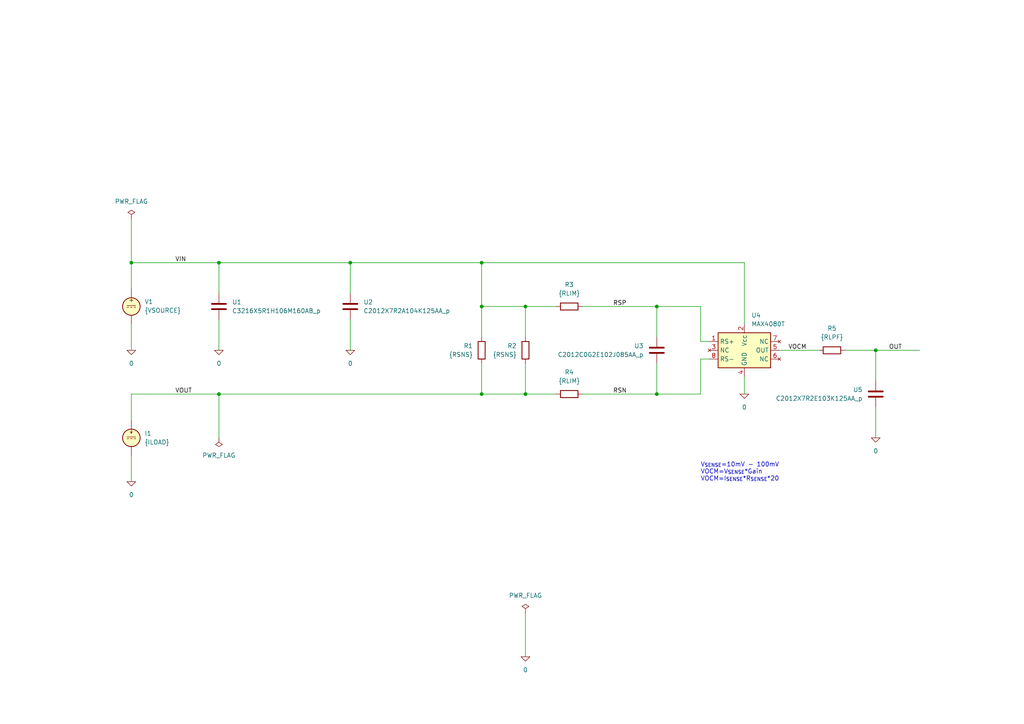
<source format=kicad_sch>
(kicad_sch
	(version 20231120)
	(generator "eeschema")
	(generator_version "8.0")
	(uuid "5414b6df-ece2-452c-bb82-5532c40bfbc2")
	(paper "A4")
	(title_block
		(title "76V, High-side, current-sense amplifiers with voltage output.")
		(date "2024-10-10")
		(rev "2")
		(company "astroelectronic@")
		(comment 1 "-")
		(comment 2 "-")
		(comment 3 "-")
		(comment 4 "AE01001428")
	)
	(lib_symbols
		(symbol "MAX4080T:0"
			(power)
			(pin_names
				(offset 0)
			)
			(exclude_from_sim no)
			(in_bom yes)
			(on_board yes)
			(property "Reference" "#GND"
				(at 0 -2.54 0)
				(effects
					(font
						(size 1.27 1.27)
					)
					(hide yes)
				)
			)
			(property "Value" "0"
				(at 0 -1.778 0)
				(effects
					(font
						(size 1.27 1.27)
					)
				)
			)
			(property "Footprint" ""
				(at 0 0 0)
				(effects
					(font
						(size 1.27 1.27)
					)
					(hide yes)
				)
			)
			(property "Datasheet" "~"
				(at 0 0 0)
				(effects
					(font
						(size 1.27 1.27)
					)
					(hide yes)
				)
			)
			(property "Description" "0V reference potential for simulation"
				(at 0 0 0)
				(effects
					(font
						(size 1.27 1.27)
					)
					(hide yes)
				)
			)
			(property "ki_keywords" "simulation"
				(at 0 0 0)
				(effects
					(font
						(size 1.27 1.27)
					)
					(hide yes)
				)
			)
			(symbol "0_0_1"
				(polyline
					(pts
						(xy -1.27 0) (xy 0 -1.27) (xy 1.27 0) (xy -1.27 0)
					)
					(stroke
						(width 0)
						(type default)
					)
					(fill
						(type none)
					)
				)
			)
			(symbol "0_1_1"
				(pin power_in line
					(at 0 0 0)
					(length 0) hide
					(name "0"
						(effects
							(font
								(size 1.016 1.016)
							)
						)
					)
					(number "1"
						(effects
							(font
								(size 1.016 1.016)
							)
						)
					)
				)
			)
		)
		(symbol "MAX4080T:C"
			(pin_numbers hide)
			(pin_names
				(offset 0.254)
			)
			(exclude_from_sim no)
			(in_bom yes)
			(on_board yes)
			(property "Reference" "C"
				(at 0.635 2.54 0)
				(effects
					(font
						(size 1.27 1.27)
					)
					(justify left)
				)
			)
			(property "Value" "C"
				(at 0.635 -2.54 0)
				(effects
					(font
						(size 1.27 1.27)
					)
					(justify left)
				)
			)
			(property "Footprint" ""
				(at 0.9652 -3.81 0)
				(effects
					(font
						(size 1.27 1.27)
					)
					(hide yes)
				)
			)
			(property "Datasheet" "~"
				(at 0 0 0)
				(effects
					(font
						(size 1.27 1.27)
					)
					(hide yes)
				)
			)
			(property "Description" "Unpolarized capacitor"
				(at 0 0 0)
				(effects
					(font
						(size 1.27 1.27)
					)
					(hide yes)
				)
			)
			(property "ki_keywords" "cap capacitor"
				(at 0 0 0)
				(effects
					(font
						(size 1.27 1.27)
					)
					(hide yes)
				)
			)
			(property "ki_fp_filters" "C_*"
				(at 0 0 0)
				(effects
					(font
						(size 1.27 1.27)
					)
					(hide yes)
				)
			)
			(symbol "C_0_1"
				(polyline
					(pts
						(xy -2.032 -0.762) (xy 2.032 -0.762)
					)
					(stroke
						(width 0.508)
						(type default)
					)
					(fill
						(type none)
					)
				)
				(polyline
					(pts
						(xy -2.032 0.762) (xy 2.032 0.762)
					)
					(stroke
						(width 0.508)
						(type default)
					)
					(fill
						(type none)
					)
				)
			)
			(symbol "C_1_1"
				(pin passive line
					(at 0 3.81 270)
					(length 2.794)
					(name "~"
						(effects
							(font
								(size 1.27 1.27)
							)
						)
					)
					(number "1"
						(effects
							(font
								(size 1.27 1.27)
							)
						)
					)
				)
				(pin passive line
					(at 0 -3.81 90)
					(length 2.794)
					(name "~"
						(effects
							(font
								(size 1.27 1.27)
							)
						)
					)
					(number "2"
						(effects
							(font
								(size 1.27 1.27)
							)
						)
					)
				)
			)
		)
		(symbol "MAX4080T:IDC"
			(pin_numbers hide)
			(pin_names
				(offset 0.0254)
			)
			(exclude_from_sim no)
			(in_bom yes)
			(on_board yes)
			(property "Reference" "I"
				(at 2.54 2.54 0)
				(effects
					(font
						(size 1.27 1.27)
					)
					(justify left)
				)
			)
			(property "Value" "1"
				(at 2.54 0 0)
				(effects
					(font
						(size 1.27 1.27)
					)
					(justify left)
				)
			)
			(property "Footprint" ""
				(at 0 0 0)
				(effects
					(font
						(size 1.27 1.27)
					)
					(hide yes)
				)
			)
			(property "Datasheet" "~"
				(at 0 0 0)
				(effects
					(font
						(size 1.27 1.27)
					)
					(hide yes)
				)
			)
			(property "Description" "Current source, DC"
				(at 0 0 0)
				(effects
					(font
						(size 1.27 1.27)
					)
					(hide yes)
				)
			)
			(property "Sim.Pins" "1=+ 2=-"
				(at 0 0 0)
				(effects
					(font
						(size 1.27 1.27)
					)
					(hide yes)
				)
			)
			(property "Sim.Type" "DC"
				(at 0 0 0)
				(effects
					(font
						(size 1.27 1.27)
					)
					(hide yes)
				)
			)
			(property "Sim.Device" "I"
				(at 0 0 0)
				(effects
					(font
						(size 1.27 1.27)
					)
					(justify left)
					(hide yes)
				)
			)
			(property "Spice_Netlist_Enabled" "Y"
				(at 0 0 0)
				(effects
					(font
						(size 1.27 1.27)
					)
					(justify left)
					(hide yes)
				)
			)
			(property "ki_keywords" "simulation"
				(at 0 0 0)
				(effects
					(font
						(size 1.27 1.27)
					)
					(hide yes)
				)
			)
			(symbol "IDC_0_0"
				(polyline
					(pts
						(xy -1.27 0.254) (xy 1.27 0.254)
					)
					(stroke
						(width 0)
						(type default)
					)
					(fill
						(type none)
					)
				)
				(polyline
					(pts
						(xy -0.762 -0.254) (xy -1.27 -0.254)
					)
					(stroke
						(width 0)
						(type default)
					)
					(fill
						(type none)
					)
				)
				(polyline
					(pts
						(xy 0.254 -0.254) (xy -0.254 -0.254)
					)
					(stroke
						(width 0)
						(type default)
					)
					(fill
						(type none)
					)
				)
				(polyline
					(pts
						(xy 1.27 -0.254) (xy 0.762 -0.254)
					)
					(stroke
						(width 0)
						(type default)
					)
					(fill
						(type none)
					)
				)
			)
			(symbol "IDC_0_1"
				(polyline
					(pts
						(xy 0 1.27) (xy 0 2.286)
					)
					(stroke
						(width 0)
						(type default)
					)
					(fill
						(type none)
					)
				)
				(polyline
					(pts
						(xy -0.254 1.778) (xy 0 1.27) (xy 0.254 1.778)
					)
					(stroke
						(width 0)
						(type default)
					)
					(fill
						(type none)
					)
				)
				(circle
					(center 0 0)
					(radius 2.54)
					(stroke
						(width 0.254)
						(type default)
					)
					(fill
						(type background)
					)
				)
			)
			(symbol "IDC_1_1"
				(pin passive line
					(at 0 5.08 270)
					(length 2.54)
					(name "~"
						(effects
							(font
								(size 1.27 1.27)
							)
						)
					)
					(number "1"
						(effects
							(font
								(size 1.27 1.27)
							)
						)
					)
				)
				(pin passive line
					(at 0 -5.08 90)
					(length 2.54)
					(name "~"
						(effects
							(font
								(size 1.27 1.27)
							)
						)
					)
					(number "2"
						(effects
							(font
								(size 1.27 1.27)
							)
						)
					)
				)
			)
		)
		(symbol "MAX4080T:MAX4080T"
			(exclude_from_sim no)
			(in_bom yes)
			(on_board yes)
			(property "Reference" "U"
				(at -7.62 6.35 0)
				(effects
					(font
						(size 1.27 1.27)
					)
					(justify left)
				)
			)
			(property "Value" "MAX4080T"
				(at 2.54 6.35 0)
				(effects
					(font
						(size 1.27 1.27)
					)
					(justify left)
				)
			)
			(property "Footprint" ""
				(at 16.51 -17.78 0)
				(effects
					(font
						(size 1.27 1.27)
					)
					(hide yes)
				)
			)
			(property "Datasheet" "http://datasheets.maximintegrated.com/en/ds/MAX4080-MAX4081.pdf"
				(at 0 10.16 0)
				(effects
					(font
						(size 1.27 1.27)
					)
					(hide yes)
				)
			)
			(property "Description" "76V, High-Side, Current-Sense Amplifiers with Voltage Output, Unidirectional, 5V/V Gain, SOIC-8/uMAX-8"
				(at 0 0 0)
				(effects
					(font
						(size 1.27 1.27)
					)
					(hide yes)
				)
			)
			(property "ki_keywords" "current sense amplifier"
				(at 0 0 0)
				(effects
					(font
						(size 1.27 1.27)
					)
					(hide yes)
				)
			)
			(property "ki_fp_filters" "SOIC*3.9x4.9mm*P1.27mm* MSOP*3x3mm*P0.65mm*"
				(at 0 0 0)
				(effects
					(font
						(size 1.27 1.27)
					)
					(hide yes)
				)
			)
			(symbol "MAX4080T_0_1"
				(rectangle
					(start -7.62 5.08)
					(end 7.62 -5.08)
					(stroke
						(width 0.254)
						(type default)
					)
					(fill
						(type background)
					)
				)
			)
			(symbol "MAX4080T_1_1"
				(pin passive line
					(at -10.16 2.54 0)
					(length 2.54)
					(name "RS+"
						(effects
							(font
								(size 1.27 1.27)
							)
						)
					)
					(number "1"
						(effects
							(font
								(size 1.27 1.27)
							)
						)
					)
				)
				(pin passive line
					(at 0 7.62 270)
					(length 2.54)
					(name "Vcc"
						(effects
							(font
								(size 1.27 1.27)
							)
						)
					)
					(number "2"
						(effects
							(font
								(size 1.27 1.27)
							)
						)
					)
				)
				(pin no_connect line
					(at -10.16 0 0)
					(length 2.54)
					(name "NC"
						(effects
							(font
								(size 1.27 1.27)
							)
						)
					)
					(number "3"
						(effects
							(font
								(size 1.27 1.27)
							)
						)
					)
				)
				(pin passive line
					(at 0 -7.62 90)
					(length 2.54)
					(name "GND"
						(effects
							(font
								(size 1.27 1.27)
							)
						)
					)
					(number "4"
						(effects
							(font
								(size 1.27 1.27)
							)
						)
					)
				)
				(pin passive line
					(at 10.16 0 180)
					(length 2.54)
					(name "OUT"
						(effects
							(font
								(size 1.27 1.27)
							)
						)
					)
					(number "5"
						(effects
							(font
								(size 1.27 1.27)
							)
						)
					)
				)
				(pin no_connect line
					(at 10.16 -2.54 180)
					(length 2.54)
					(name "NC"
						(effects
							(font
								(size 1.27 1.27)
							)
						)
					)
					(number "6"
						(effects
							(font
								(size 1.27 1.27)
							)
						)
					)
				)
				(pin no_connect line
					(at 10.16 2.54 180)
					(length 2.54)
					(name "NC"
						(effects
							(font
								(size 1.27 1.27)
							)
						)
					)
					(number "7"
						(effects
							(font
								(size 1.27 1.27)
							)
						)
					)
				)
				(pin passive line
					(at -10.16 -2.54 0)
					(length 2.54)
					(name "RS-"
						(effects
							(font
								(size 1.27 1.27)
							)
						)
					)
					(number "8"
						(effects
							(font
								(size 1.27 1.27)
							)
						)
					)
				)
			)
		)
		(symbol "MAX4080T:PWR_FLAG"
			(power)
			(pin_numbers hide)
			(pin_names
				(offset 0) hide)
			(exclude_from_sim no)
			(in_bom yes)
			(on_board yes)
			(property "Reference" "#FLG"
				(at 0 1.905 0)
				(effects
					(font
						(size 1.27 1.27)
					)
					(hide yes)
				)
			)
			(property "Value" "PWR_FLAG"
				(at 0 3.81 0)
				(effects
					(font
						(size 1.27 1.27)
					)
				)
			)
			(property "Footprint" ""
				(at 0 0 0)
				(effects
					(font
						(size 1.27 1.27)
					)
					(hide yes)
				)
			)
			(property "Datasheet" "~"
				(at 0 0 0)
				(effects
					(font
						(size 1.27 1.27)
					)
					(hide yes)
				)
			)
			(property "Description" "Special symbol for telling ERC where power comes from"
				(at 0 0 0)
				(effects
					(font
						(size 1.27 1.27)
					)
					(hide yes)
				)
			)
			(property "ki_keywords" "flag power"
				(at 0 0 0)
				(effects
					(font
						(size 1.27 1.27)
					)
					(hide yes)
				)
			)
			(symbol "PWR_FLAG_0_0"
				(pin power_out line
					(at 0 0 90)
					(length 0)
					(name "pwr"
						(effects
							(font
								(size 1.27 1.27)
							)
						)
					)
					(number "1"
						(effects
							(font
								(size 1.27 1.27)
							)
						)
					)
				)
			)
			(symbol "PWR_FLAG_0_1"
				(polyline
					(pts
						(xy 0 0) (xy 0 1.27) (xy -1.016 1.905) (xy 0 2.54) (xy 1.016 1.905) (xy 0 1.27)
					)
					(stroke
						(width 0)
						(type default)
					)
					(fill
						(type none)
					)
				)
			)
		)
		(symbol "MAX4080T:R"
			(pin_numbers hide)
			(pin_names
				(offset 0)
			)
			(exclude_from_sim no)
			(in_bom yes)
			(on_board yes)
			(property "Reference" "R"
				(at 2.032 0 90)
				(effects
					(font
						(size 1.27 1.27)
					)
				)
			)
			(property "Value" "R"
				(at 0 0 90)
				(effects
					(font
						(size 1.27 1.27)
					)
				)
			)
			(property "Footprint" ""
				(at -1.778 0 90)
				(effects
					(font
						(size 1.27 1.27)
					)
					(hide yes)
				)
			)
			(property "Datasheet" "~"
				(at 0 0 0)
				(effects
					(font
						(size 1.27 1.27)
					)
					(hide yes)
				)
			)
			(property "Description" "Resistor"
				(at 0 0 0)
				(effects
					(font
						(size 1.27 1.27)
					)
					(hide yes)
				)
			)
			(property "ki_keywords" "R res resistor"
				(at 0 0 0)
				(effects
					(font
						(size 1.27 1.27)
					)
					(hide yes)
				)
			)
			(property "ki_fp_filters" "R_*"
				(at 0 0 0)
				(effects
					(font
						(size 1.27 1.27)
					)
					(hide yes)
				)
			)
			(symbol "R_0_1"
				(rectangle
					(start -1.016 -2.54)
					(end 1.016 2.54)
					(stroke
						(width 0.254)
						(type default)
					)
					(fill
						(type none)
					)
				)
			)
			(symbol "R_1_1"
				(pin passive line
					(at 0 3.81 270)
					(length 1.27)
					(name "~"
						(effects
							(font
								(size 1.27 1.27)
							)
						)
					)
					(number "1"
						(effects
							(font
								(size 1.27 1.27)
							)
						)
					)
				)
				(pin passive line
					(at 0 -3.81 90)
					(length 1.27)
					(name "~"
						(effects
							(font
								(size 1.27 1.27)
							)
						)
					)
					(number "2"
						(effects
							(font
								(size 1.27 1.27)
							)
						)
					)
				)
			)
		)
		(symbol "MAX4080T:VDC"
			(pin_numbers hide)
			(pin_names
				(offset 0.0254)
			)
			(exclude_from_sim no)
			(in_bom yes)
			(on_board yes)
			(property "Reference" "V"
				(at 2.54 2.54 0)
				(effects
					(font
						(size 1.27 1.27)
					)
					(justify left)
				)
			)
			(property "Value" "1"
				(at 2.54 0 0)
				(effects
					(font
						(size 1.27 1.27)
					)
					(justify left)
				)
			)
			(property "Footprint" ""
				(at 0 0 0)
				(effects
					(font
						(size 1.27 1.27)
					)
					(hide yes)
				)
			)
			(property "Datasheet" "~"
				(at 0 0 0)
				(effects
					(font
						(size 1.27 1.27)
					)
					(hide yes)
				)
			)
			(property "Description" "Voltage source, DC"
				(at 0 0 0)
				(effects
					(font
						(size 1.27 1.27)
					)
					(hide yes)
				)
			)
			(property "Sim.Pins" "1=+ 2=-"
				(at 0 0 0)
				(effects
					(font
						(size 1.27 1.27)
					)
					(hide yes)
				)
			)
			(property "Sim.Type" "DC"
				(at 0 0 0)
				(effects
					(font
						(size 1.27 1.27)
					)
					(hide yes)
				)
			)
			(property "Sim.Device" "V"
				(at 0 0 0)
				(effects
					(font
						(size 1.27 1.27)
					)
					(justify left)
					(hide yes)
				)
			)
			(property "Spice_Netlist_Enabled" "Y"
				(at 0 0 0)
				(effects
					(font
						(size 1.27 1.27)
					)
					(justify left)
					(hide yes)
				)
			)
			(property "ki_keywords" "simulation"
				(at 0 0 0)
				(effects
					(font
						(size 1.27 1.27)
					)
					(hide yes)
				)
			)
			(symbol "VDC_0_0"
				(polyline
					(pts
						(xy -1.27 0.254) (xy 1.27 0.254)
					)
					(stroke
						(width 0)
						(type default)
					)
					(fill
						(type none)
					)
				)
				(polyline
					(pts
						(xy -0.762 -0.254) (xy -1.27 -0.254)
					)
					(stroke
						(width 0)
						(type default)
					)
					(fill
						(type none)
					)
				)
				(polyline
					(pts
						(xy 0.254 -0.254) (xy -0.254 -0.254)
					)
					(stroke
						(width 0)
						(type default)
					)
					(fill
						(type none)
					)
				)
				(polyline
					(pts
						(xy 1.27 -0.254) (xy 0.762 -0.254)
					)
					(stroke
						(width 0)
						(type default)
					)
					(fill
						(type none)
					)
				)
				(text "+"
					(at 0 1.905 0)
					(effects
						(font
							(size 1.27 1.27)
						)
					)
				)
			)
			(symbol "VDC_0_1"
				(circle
					(center 0 0)
					(radius 2.54)
					(stroke
						(width 0.254)
						(type default)
					)
					(fill
						(type background)
					)
				)
			)
			(symbol "VDC_1_1"
				(pin passive line
					(at 0 5.08 270)
					(length 2.54)
					(name "~"
						(effects
							(font
								(size 1.27 1.27)
							)
						)
					)
					(number "1"
						(effects
							(font
								(size 1.27 1.27)
							)
						)
					)
				)
				(pin passive line
					(at 0 -5.08 90)
					(length 2.54)
					(name "~"
						(effects
							(font
								(size 1.27 1.27)
							)
						)
					)
					(number "2"
						(effects
							(font
								(size 1.27 1.27)
							)
						)
					)
				)
			)
		)
	)
	(junction
		(at 63.5 76.2)
		(diameter 0)
		(color 0 0 0 0)
		(uuid "02460e1e-5cb5-4e1b-8092-24c9d93445d1")
	)
	(junction
		(at 152.4 88.9)
		(diameter 0)
		(color 0 0 0 0)
		(uuid "16e4f8d8-bc64-414f-a7d1-40823c1ed56d")
	)
	(junction
		(at 139.7 76.2)
		(diameter 0)
		(color 0 0 0 0)
		(uuid "471c82d8-5a53-4735-b8ac-985cb47f64b5")
	)
	(junction
		(at 152.4 114.3)
		(diameter 0)
		(color 0 0 0 0)
		(uuid "5303665b-5217-453c-90ba-c09c96009326")
	)
	(junction
		(at 38.1 76.2)
		(diameter 0)
		(color 0 0 0 0)
		(uuid "75fd4fd2-7d1c-4f55-b4c0-307a3dff41b5")
	)
	(junction
		(at 139.7 88.9)
		(diameter 0)
		(color 0 0 0 0)
		(uuid "87c8d5ff-ae40-4860-9c4d-511cd5305f94")
	)
	(junction
		(at 139.7 114.3)
		(diameter 0)
		(color 0 0 0 0)
		(uuid "89d25a62-804b-40de-b44d-9657880dcfc7")
	)
	(junction
		(at 190.5 114.3)
		(diameter 0)
		(color 0 0 0 0)
		(uuid "a0ace739-230c-42d8-9dff-6be671571f82")
	)
	(junction
		(at 101.6 76.2)
		(diameter 0)
		(color 0 0 0 0)
		(uuid "b0fbb74d-1710-40ef-b52e-a4c4520f1c29")
	)
	(junction
		(at 63.5 114.3)
		(diameter 0)
		(color 0 0 0 0)
		(uuid "c1c181f7-d5fd-4062-add4-b6fb5643f787")
	)
	(junction
		(at 254 101.6)
		(diameter 0)
		(color 0 0 0 0)
		(uuid "d416e7aa-6663-4df7-a7e3-b9b0be1d3a57")
	)
	(junction
		(at 190.5 88.9)
		(diameter 0)
		(color 0 0 0 0)
		(uuid "e936ff93-affa-4500-a742-eb4a87453d67")
	)
	(wire
		(pts
			(xy 139.7 88.9) (xy 139.7 76.2)
		)
		(stroke
			(width 0)
			(type default)
		)
		(uuid "07e52868-d980-466a-8c85-944265b076dd")
	)
	(wire
		(pts
			(xy 152.4 114.3) (xy 152.4 105.41)
		)
		(stroke
			(width 0)
			(type default)
		)
		(uuid "1c0a3026-d64d-46f8-9bd2-ea58d72c5b22")
	)
	(wire
		(pts
			(xy 63.5 114.3) (xy 139.7 114.3)
		)
		(stroke
			(width 0)
			(type default)
		)
		(uuid "1ca77033-fe08-4c1b-9525-8e0e4b72e5ce")
	)
	(wire
		(pts
			(xy 215.9 76.2) (xy 215.9 93.98)
		)
		(stroke
			(width 0)
			(type default)
		)
		(uuid "2610858b-1853-4871-b2b3-d361f9676bd1")
	)
	(wire
		(pts
			(xy 139.7 105.41) (xy 139.7 114.3)
		)
		(stroke
			(width 0)
			(type default)
		)
		(uuid "28909795-cbbb-4e5f-b755-281b5c937bf5")
	)
	(wire
		(pts
			(xy 38.1 76.2) (xy 63.5 76.2)
		)
		(stroke
			(width 0)
			(type default)
		)
		(uuid "2f432cdd-5b10-4787-9a6c-dd2f55046df2")
	)
	(wire
		(pts
			(xy 203.2 104.14) (xy 205.74 104.14)
		)
		(stroke
			(width 0)
			(type default)
		)
		(uuid "3831ffbf-76d0-4d22-8a29-e259e9addb08")
	)
	(wire
		(pts
			(xy 152.4 114.3) (xy 161.29 114.3)
		)
		(stroke
			(width 0)
			(type default)
		)
		(uuid "3aaa3681-3c01-4785-9b16-48abd823ac03")
	)
	(wire
		(pts
			(xy 152.4 88.9) (xy 161.29 88.9)
		)
		(stroke
			(width 0)
			(type default)
		)
		(uuid "3c40ca1a-cbff-4445-a96b-8f2c5f5d363c")
	)
	(wire
		(pts
			(xy 139.7 88.9) (xy 152.4 88.9)
		)
		(stroke
			(width 0)
			(type default)
		)
		(uuid "3f4d9e35-09e4-402d-96a4-dc8c268ba03c")
	)
	(wire
		(pts
			(xy 38.1 114.3) (xy 63.5 114.3)
		)
		(stroke
			(width 0)
			(type default)
		)
		(uuid "43cc4163-cda6-4bce-98ff-7324bbe562d7")
	)
	(wire
		(pts
			(xy 254 118.11) (xy 254 127)
		)
		(stroke
			(width 0)
			(type default)
		)
		(uuid "4a1b9e9e-cbda-4ae9-8724-f5b41dd0cfa5")
	)
	(wire
		(pts
			(xy 152.4 88.9) (xy 152.4 97.79)
		)
		(stroke
			(width 0)
			(type default)
		)
		(uuid "4a53fd68-391b-4cc4-b03d-faeab6d41bd9")
	)
	(wire
		(pts
			(xy 203.2 114.3) (xy 203.2 104.14)
		)
		(stroke
			(width 0)
			(type default)
		)
		(uuid "4a8ce721-cdbc-4ec8-a623-7dc6bd888657")
	)
	(wire
		(pts
			(xy 38.1 114.3) (xy 38.1 121.92)
		)
		(stroke
			(width 0)
			(type default)
		)
		(uuid "556411dd-6b13-46c5-8ee2-380131085be7")
	)
	(wire
		(pts
			(xy 139.7 97.79) (xy 139.7 88.9)
		)
		(stroke
			(width 0)
			(type default)
		)
		(uuid "59a69007-5d87-48bc-bba7-75245d470b2e")
	)
	(wire
		(pts
			(xy 139.7 76.2) (xy 215.9 76.2)
		)
		(stroke
			(width 0)
			(type default)
		)
		(uuid "5feab5fe-beb5-4a74-a006-abbc9be7b0dc")
	)
	(wire
		(pts
			(xy 190.5 88.9) (xy 190.5 97.79)
		)
		(stroke
			(width 0)
			(type default)
		)
		(uuid "65cab08d-7daa-4974-82c9-6e958662b6e3")
	)
	(wire
		(pts
			(xy 205.74 99.06) (xy 203.2 99.06)
		)
		(stroke
			(width 0)
			(type default)
		)
		(uuid "65fdc14e-7e22-4bce-b1e0-018c5f15e0c3")
	)
	(wire
		(pts
			(xy 101.6 92.71) (xy 101.6 101.6)
		)
		(stroke
			(width 0)
			(type default)
		)
		(uuid "6cc3fae6-0591-4d95-8704-0aa0054c177c")
	)
	(wire
		(pts
			(xy 190.5 114.3) (xy 203.2 114.3)
		)
		(stroke
			(width 0)
			(type default)
		)
		(uuid "70dc622e-9f63-4630-858b-73c5bc1be8b8")
	)
	(wire
		(pts
			(xy 101.6 76.2) (xy 101.6 85.09)
		)
		(stroke
			(width 0)
			(type default)
		)
		(uuid "71bebfb5-9010-4034-85d4-fb9bc2c93a5d")
	)
	(wire
		(pts
			(xy 38.1 132.08) (xy 38.1 139.7)
		)
		(stroke
			(width 0)
			(type default)
		)
		(uuid "72d72a75-f4fe-4cb2-9f80-44cdc2395898")
	)
	(wire
		(pts
			(xy 38.1 83.82) (xy 38.1 76.2)
		)
		(stroke
			(width 0)
			(type default)
		)
		(uuid "8402a31d-6190-49a0-a1e2-c54367137bb8")
	)
	(wire
		(pts
			(xy 254 110.49) (xy 254 101.6)
		)
		(stroke
			(width 0)
			(type default)
		)
		(uuid "8566f662-5804-4769-92a9-3ea9bafff2b1")
	)
	(wire
		(pts
			(xy 254 101.6) (xy 245.11 101.6)
		)
		(stroke
			(width 0)
			(type default)
		)
		(uuid "899928ea-4aed-4f8e-98e3-a2afbbbb93e2")
	)
	(wire
		(pts
			(xy 215.9 109.22) (xy 215.9 114.3)
		)
		(stroke
			(width 0)
			(type default)
		)
		(uuid "8c5cfb79-2b77-4fce-80c4-7165867e0f4a")
	)
	(wire
		(pts
			(xy 63.5 92.71) (xy 63.5 101.6)
		)
		(stroke
			(width 0)
			(type default)
		)
		(uuid "8e02033e-2249-425b-9b71-082df1f71d2c")
	)
	(wire
		(pts
			(xy 63.5 114.3) (xy 63.5 127)
		)
		(stroke
			(width 0)
			(type default)
		)
		(uuid "914ac125-a170-4e8a-9f26-839a8b637d3a")
	)
	(wire
		(pts
			(xy 168.91 88.9) (xy 190.5 88.9)
		)
		(stroke
			(width 0)
			(type default)
		)
		(uuid "96c396e0-c361-434c-a348-97486f671179")
	)
	(wire
		(pts
			(xy 254 101.6) (xy 266.7 101.6)
		)
		(stroke
			(width 0)
			(type default)
		)
		(uuid "9a868e81-3c31-4c00-9bfb-e17cae17d7b5")
	)
	(wire
		(pts
			(xy 139.7 114.3) (xy 152.4 114.3)
		)
		(stroke
			(width 0)
			(type default)
		)
		(uuid "a35b834e-6151-4e9a-8b1f-bd20a074dbb3")
	)
	(wire
		(pts
			(xy 38.1 63.5) (xy 38.1 76.2)
		)
		(stroke
			(width 0)
			(type default)
		)
		(uuid "a7fa8484-15c3-4dab-a3a5-a43bca80d4c6")
	)
	(wire
		(pts
			(xy 101.6 76.2) (xy 139.7 76.2)
		)
		(stroke
			(width 0)
			(type default)
		)
		(uuid "bb5b0ee8-33e9-47bd-89dd-1ca08badc754")
	)
	(wire
		(pts
			(xy 168.91 114.3) (xy 190.5 114.3)
		)
		(stroke
			(width 0)
			(type default)
		)
		(uuid "bd9e64aa-6072-4586-a7ce-7efe788c9f5c")
	)
	(wire
		(pts
			(xy 190.5 114.3) (xy 190.5 105.41)
		)
		(stroke
			(width 0)
			(type default)
		)
		(uuid "bef64633-c4dc-4c90-a162-4c271664e9cf")
	)
	(wire
		(pts
			(xy 152.4 177.8) (xy 152.4 190.5)
		)
		(stroke
			(width 0)
			(type default)
		)
		(uuid "c294f940-172e-4d22-9cb1-e78e6c74b03c")
	)
	(wire
		(pts
			(xy 63.5 76.2) (xy 101.6 76.2)
		)
		(stroke
			(width 0)
			(type default)
		)
		(uuid "c2bb71b4-dd67-4326-8ac8-358b971346ba")
	)
	(wire
		(pts
			(xy 203.2 99.06) (xy 203.2 88.9)
		)
		(stroke
			(width 0)
			(type default)
		)
		(uuid "d242c1f9-6e88-4710-8fdc-817390d19b87")
	)
	(wire
		(pts
			(xy 63.5 76.2) (xy 63.5 85.09)
		)
		(stroke
			(width 0)
			(type default)
		)
		(uuid "d981b42f-7ca5-4f59-8fe2-3a43ed37be5d")
	)
	(wire
		(pts
			(xy 38.1 93.98) (xy 38.1 101.6)
		)
		(stroke
			(width 0)
			(type default)
		)
		(uuid "dbe252f0-f1d9-4934-aab8-b9233e8ece00")
	)
	(wire
		(pts
			(xy 190.5 88.9) (xy 203.2 88.9)
		)
		(stroke
			(width 0)
			(type default)
		)
		(uuid "fb4219fa-47da-46b0-a19b-775fc832b24e")
	)
	(wire
		(pts
			(xy 226.06 101.6) (xy 237.49 101.6)
		)
		(stroke
			(width 0)
			(type default)
		)
		(uuid "fe388e42-ad04-4dc6-9f0d-d0fc72af76a9")
	)
	(text "V_{SENSE}=10mV - 100mV\nVOCM=V_{SENSE}*Gain\nVOCM=I_{SENSE}*R_{SENSE}*20"
		(exclude_from_sim no)
		(at 203.2 139.7 0)
		(effects
			(font
				(size 1.27 1.27)
			)
			(justify left bottom)
		)
		(uuid "83e838af-018c-4c94-98d5-e16d28c3130a")
	)
	(label "VIN"
		(at 50.8 76.2 0)
		(fields_autoplaced yes)
		(effects
			(font
				(size 1.27 1.27)
			)
			(justify left bottom)
		)
		(uuid "33e1f53d-ae24-4a1e-9021-c639489960be")
	)
	(label "RSP"
		(at 177.8 88.9 0)
		(fields_autoplaced yes)
		(effects
			(font
				(size 1.27 1.27)
			)
			(justify left bottom)
		)
		(uuid "875b4da3-c90b-481c-8fbe-4e525e59c7d8")
	)
	(label "OUT"
		(at 257.81 101.6 0)
		(fields_autoplaced yes)
		(effects
			(font
				(size 1.27 1.27)
			)
			(justify left bottom)
		)
		(uuid "9d37641f-cfed-46d9-b90f-63a52249d0ac")
	)
	(label "VOCM"
		(at 228.6 101.6 0)
		(fields_autoplaced yes)
		(effects
			(font
				(size 1.27 1.27)
			)
			(justify left bottom)
		)
		(uuid "ca6c4da8-b2e2-467d-b6d7-97d8b4c8e06e")
	)
	(label "RSN"
		(at 177.8 114.3 0)
		(fields_autoplaced yes)
		(effects
			(font
				(size 1.27 1.27)
			)
			(justify left bottom)
		)
		(uuid "eaf18ac4-55de-40ed-981f-ab40e20b9fed")
	)
	(label "VOUT"
		(at 50.8 114.3 0)
		(fields_autoplaced yes)
		(effects
			(font
				(size 1.27 1.27)
			)
			(justify left bottom)
		)
		(uuid "fb71ba86-c425-4bd3-a558-258fafc03f36")
	)
	(symbol
		(lib_id "MAX4080T:0")
		(at 38.1 101.6 0)
		(unit 1)
		(exclude_from_sim no)
		(in_bom yes)
		(on_board yes)
		(dnp no)
		(fields_autoplaced yes)
		(uuid "08075323-7309-4ef6-b3df-8d237bea16c0")
		(property "Reference" "#GND01"
			(at 38.1 104.14 0)
			(effects
				(font
					(size 1.27 1.27)
				)
				(hide yes)
			)
		)
		(property "Value" "0"
			(at 38.1 105.41 0)
			(effects
				(font
					(size 1.27 1.27)
				)
			)
		)
		(property "Footprint" ""
			(at 38.1 101.6 0)
			(effects
				(font
					(size 1.27 1.27)
				)
				(hide yes)
			)
		)
		(property "Datasheet" "~"
			(at 38.1 101.6 0)
			(effects
				(font
					(size 1.27 1.27)
				)
				(hide yes)
			)
		)
		(property "Description" ""
			(at 38.1 101.6 0)
			(effects
				(font
					(size 1.27 1.27)
				)
				(hide yes)
			)
		)
		(pin "1"
			(uuid "7c0833cb-e00a-403e-8dab-f73364348d26")
		)
		(instances
			(project ""
				(path "/5414b6df-ece2-452c-bb82-5532c40bfbc2"
					(reference "#GND01")
					(unit 1)
				)
			)
		)
	)
	(symbol
		(lib_id "MAX4080T:0")
		(at 101.6 101.6 0)
		(unit 1)
		(exclude_from_sim no)
		(in_bom yes)
		(on_board yes)
		(dnp no)
		(fields_autoplaced yes)
		(uuid "09204ffb-7959-4386-8dc9-00f34e641f3f")
		(property "Reference" "#GND04"
			(at 101.6 104.14 0)
			(effects
				(font
					(size 1.27 1.27)
				)
				(hide yes)
			)
		)
		(property "Value" "0"
			(at 101.6 105.41 0)
			(effects
				(font
					(size 1.27 1.27)
				)
			)
		)
		(property "Footprint" ""
			(at 101.6 101.6 0)
			(effects
				(font
					(size 1.27 1.27)
				)
				(hide yes)
			)
		)
		(property "Datasheet" "~"
			(at 101.6 101.6 0)
			(effects
				(font
					(size 1.27 1.27)
				)
				(hide yes)
			)
		)
		(property "Description" ""
			(at 101.6 101.6 0)
			(effects
				(font
					(size 1.27 1.27)
				)
				(hide yes)
			)
		)
		(pin "1"
			(uuid "efd7127c-5775-4dde-a375-a19aea2c277a")
		)
		(instances
			(project ""
				(path "/5414b6df-ece2-452c-bb82-5532c40bfbc2"
					(reference "#GND04")
					(unit 1)
				)
			)
		)
	)
	(symbol
		(lib_id "MAX4080T:R")
		(at 241.3 101.6 90)
		(unit 1)
		(exclude_from_sim no)
		(in_bom yes)
		(on_board yes)
		(dnp no)
		(fields_autoplaced yes)
		(uuid "42dcbf95-cb87-4ffe-bcf4-5b8f7a2c38b4")
		(property "Reference" "R5"
			(at 241.3 95.25 90)
			(effects
				(font
					(size 1.27 1.27)
				)
			)
		)
		(property "Value" "{RLPF}"
			(at 241.3 97.79 90)
			(effects
				(font
					(size 1.27 1.27)
				)
			)
		)
		(property "Footprint" ""
			(at 241.3 103.378 90)
			(effects
				(font
					(size 1.27 1.27)
				)
				(hide yes)
			)
		)
		(property "Datasheet" "~"
			(at 241.3 101.6 0)
			(effects
				(font
					(size 1.27 1.27)
				)
				(hide yes)
			)
		)
		(property "Description" ""
			(at 241.3 101.6 0)
			(effects
				(font
					(size 1.27 1.27)
				)
				(hide yes)
			)
		)
		(pin "1"
			(uuid "4d511399-6ae1-4a78-9bb5-854da6725c83")
		)
		(pin "2"
			(uuid "6b1e10bf-35a9-4a90-beaf-0cf908fff972")
		)
		(instances
			(project ""
				(path "/5414b6df-ece2-452c-bb82-5532c40bfbc2"
					(reference "R5")
					(unit 1)
				)
			)
		)
	)
	(symbol
		(lib_id "MAX4080T:R")
		(at 165.1 114.3 90)
		(unit 1)
		(exclude_from_sim no)
		(in_bom yes)
		(on_board yes)
		(dnp no)
		(fields_autoplaced yes)
		(uuid "433e4609-e849-46b3-bc83-211a00da8d20")
		(property "Reference" "R4"
			(at 165.1 107.95 90)
			(effects
				(font
					(size 1.27 1.27)
				)
			)
		)
		(property "Value" "{RLIM}"
			(at 165.1 110.49 90)
			(effects
				(font
					(size 1.27 1.27)
				)
			)
		)
		(property "Footprint" ""
			(at 165.1 116.078 90)
			(effects
				(font
					(size 1.27 1.27)
				)
				(hide yes)
			)
		)
		(property "Datasheet" "~"
			(at 165.1 114.3 0)
			(effects
				(font
					(size 1.27 1.27)
				)
				(hide yes)
			)
		)
		(property "Description" ""
			(at 165.1 114.3 0)
			(effects
				(font
					(size 1.27 1.27)
				)
				(hide yes)
			)
		)
		(pin "1"
			(uuid "d61d7c20-31f9-4253-a077-b1d5503edb17")
		)
		(pin "2"
			(uuid "c3c33e13-534b-43bc-8a36-37af1fbf3c9c")
		)
		(instances
			(project ""
				(path "/5414b6df-ece2-452c-bb82-5532c40bfbc2"
					(reference "R4")
					(unit 1)
				)
			)
		)
	)
	(symbol
		(lib_id "MAX4080T:PWR_FLAG")
		(at 38.1 63.5 0)
		(unit 1)
		(exclude_from_sim no)
		(in_bom yes)
		(on_board yes)
		(dnp no)
		(fields_autoplaced yes)
		(uuid "44eda5f4-535b-4bf6-ad14-976e5a546ec8")
		(property "Reference" "#FLG01"
			(at 38.1 61.595 0)
			(effects
				(font
					(size 1.27 1.27)
				)
				(hide yes)
			)
		)
		(property "Value" "PWR_FLAG"
			(at 38.1 58.42 0)
			(effects
				(font
					(size 1.27 1.27)
				)
			)
		)
		(property "Footprint" ""
			(at 38.1 63.5 0)
			(effects
				(font
					(size 1.27 1.27)
				)
				(hide yes)
			)
		)
		(property "Datasheet" "~"
			(at 38.1 63.5 0)
			(effects
				(font
					(size 1.27 1.27)
				)
				(hide yes)
			)
		)
		(property "Description" ""
			(at 38.1 63.5 0)
			(effects
				(font
					(size 1.27 1.27)
				)
				(hide yes)
			)
		)
		(pin "1"
			(uuid "03be6461-99ee-4a3d-abff-ff28c74ac718")
		)
		(instances
			(project ""
				(path "/5414b6df-ece2-452c-bb82-5532c40bfbc2"
					(reference "#FLG01")
					(unit 1)
				)
			)
		)
	)
	(symbol
		(lib_id "MAX4080T:PWR_FLAG")
		(at 63.5 127 180)
		(unit 1)
		(exclude_from_sim no)
		(in_bom yes)
		(on_board yes)
		(dnp no)
		(fields_autoplaced yes)
		(uuid "477c4cf4-5893-4699-bf2b-b740314c0d56")
		(property "Reference" "#FLG02"
			(at 63.5 128.905 0)
			(effects
				(font
					(size 1.27 1.27)
				)
				(hide yes)
			)
		)
		(property "Value" "PWR_FLAG"
			(at 63.5 132.08 0)
			(effects
				(font
					(size 1.27 1.27)
				)
			)
		)
		(property "Footprint" ""
			(at 63.5 127 0)
			(effects
				(font
					(size 1.27 1.27)
				)
				(hide yes)
			)
		)
		(property "Datasheet" "~"
			(at 63.5 127 0)
			(effects
				(font
					(size 1.27 1.27)
				)
				(hide yes)
			)
		)
		(property "Description" ""
			(at 63.5 127 0)
			(effects
				(font
					(size 1.27 1.27)
				)
				(hide yes)
			)
		)
		(pin "1"
			(uuid "2dc8558e-c3dc-4de1-bd38-fea7d424eb3d")
		)
		(instances
			(project ""
				(path "/5414b6df-ece2-452c-bb82-5532c40bfbc2"
					(reference "#FLG02")
					(unit 1)
				)
			)
		)
	)
	(symbol
		(lib_name "MAX4080T:VDC")
		(lib_id "MAX4080T:VDC")
		(at 38.1 88.9 0)
		(unit 1)
		(exclude_from_sim no)
		(in_bom yes)
		(on_board yes)
		(dnp no)
		(fields_autoplaced yes)
		(uuid "5837c1dd-7ae7-45f1-833a-16ea117394d0")
		(property "Reference" "V1"
			(at 41.91 87.5001 0)
			(effects
				(font
					(size 1.27 1.27)
				)
				(justify left)
			)
		)
		(property "Value" "{VSOURCE}"
			(at 41.91 90.0401 0)
			(effects
				(font
					(size 1.27 1.27)
				)
				(justify left)
			)
		)
		(property "Footprint" ""
			(at 38.1 88.9 0)
			(effects
				(font
					(size 1.27 1.27)
				)
				(hide yes)
			)
		)
		(property "Datasheet" "~"
			(at 38.1 88.9 0)
			(effects
				(font
					(size 1.27 1.27)
				)
				(hide yes)
			)
		)
		(property "Description" ""
			(at 38.1 88.9 0)
			(effects
				(font
					(size 1.27 1.27)
				)
				(hide yes)
			)
		)
		(property "Sim.Device" "SPICE"
			(at 38.1 88.9 0)
			(effects
				(font
					(size 1.27 1.27)
				)
				(justify left)
				(hide yes)
			)
		)
		(property "Sim.Params" "type=\"V\" model=\"{VSOURCE}\" lib=\"\""
			(at 0 0 0)
			(effects
				(font
					(size 1.27 1.27)
				)
				(hide yes)
			)
		)
		(property "Sim.Pins" "1=1 2=2"
			(at 0 0 0)
			(effects
				(font
					(size 1.27 1.27)
				)
				(hide yes)
			)
		)
		(pin "1"
			(uuid "8aed970a-9681-4365-a434-c30e746a323b")
		)
		(pin "2"
			(uuid "35d9dcd4-6312-4214-b557-e679055d85e9")
		)
		(instances
			(project ""
				(path "/5414b6df-ece2-452c-bb82-5532c40bfbc2"
					(reference "V1")
					(unit 1)
				)
			)
		)
	)
	(symbol
		(lib_id "MAX4080T:0")
		(at 215.9 114.3 0)
		(unit 1)
		(exclude_from_sim no)
		(in_bom yes)
		(on_board yes)
		(dnp no)
		(fields_autoplaced yes)
		(uuid "5bbb330c-da17-4a73-af76-889ae8f4461b")
		(property "Reference" "#GND06"
			(at 215.9 116.84 0)
			(effects
				(font
					(size 1.27 1.27)
				)
				(hide yes)
			)
		)
		(property "Value" "0"
			(at 215.9 118.11 0)
			(effects
				(font
					(size 1.27 1.27)
				)
			)
		)
		(property "Footprint" ""
			(at 215.9 114.3 0)
			(effects
				(font
					(size 1.27 1.27)
				)
				(hide yes)
			)
		)
		(property "Datasheet" "~"
			(at 215.9 114.3 0)
			(effects
				(font
					(size 1.27 1.27)
				)
				(hide yes)
			)
		)
		(property "Description" ""
			(at 215.9 114.3 0)
			(effects
				(font
					(size 1.27 1.27)
				)
				(hide yes)
			)
		)
		(pin "1"
			(uuid "a59ad5f5-8090-4649-bc79-483640ca6651")
		)
		(instances
			(project ""
				(path "/5414b6df-ece2-452c-bb82-5532c40bfbc2"
					(reference "#GND06")
					(unit 1)
				)
			)
		)
	)
	(symbol
		(lib_id "MAX4080T:R")
		(at 165.1 88.9 90)
		(unit 1)
		(exclude_from_sim no)
		(in_bom yes)
		(on_board yes)
		(dnp no)
		(fields_autoplaced yes)
		(uuid "5d9d1e6c-8011-4d7a-a004-87cce874a4da")
		(property "Reference" "R3"
			(at 165.1 82.55 90)
			(effects
				(font
					(size 1.27 1.27)
				)
			)
		)
		(property "Value" "{RLIM}"
			(at 165.1 85.09 90)
			(effects
				(font
					(size 1.27 1.27)
				)
			)
		)
		(property "Footprint" ""
			(at 165.1 90.678 90)
			(effects
				(font
					(size 1.27 1.27)
				)
				(hide yes)
			)
		)
		(property "Datasheet" "~"
			(at 165.1 88.9 0)
			(effects
				(font
					(size 1.27 1.27)
				)
				(hide yes)
			)
		)
		(property "Description" ""
			(at 165.1 88.9 0)
			(effects
				(font
					(size 1.27 1.27)
				)
				(hide yes)
			)
		)
		(pin "1"
			(uuid "00746470-c08f-4911-a26b-0934ed409148")
		)
		(pin "2"
			(uuid "048196dc-7011-425b-9c82-77e31c786063")
		)
		(instances
			(project ""
				(path "/5414b6df-ece2-452c-bb82-5532c40bfbc2"
					(reference "R3")
					(unit 1)
				)
			)
		)
	)
	(symbol
		(lib_id "MAX4080T:PWR_FLAG")
		(at 152.4 177.8 0)
		(unit 1)
		(exclude_from_sim no)
		(in_bom yes)
		(on_board yes)
		(dnp no)
		(fields_autoplaced yes)
		(uuid "6e6a76d5-90f8-472e-b163-01bb1fb042dd")
		(property "Reference" "#FLG03"
			(at 152.4 175.895 0)
			(effects
				(font
					(size 1.27 1.27)
				)
				(hide yes)
			)
		)
		(property "Value" "PWR_FLAG"
			(at 152.4 172.72 0)
			(effects
				(font
					(size 1.27 1.27)
				)
			)
		)
		(property "Footprint" ""
			(at 152.4 177.8 0)
			(effects
				(font
					(size 1.27 1.27)
				)
				(hide yes)
			)
		)
		(property "Datasheet" "~"
			(at 152.4 177.8 0)
			(effects
				(font
					(size 1.27 1.27)
				)
				(hide yes)
			)
		)
		(property "Description" ""
			(at 152.4 177.8 0)
			(effects
				(font
					(size 1.27 1.27)
				)
				(hide yes)
			)
		)
		(pin "1"
			(uuid "5b67c1c1-1c76-4805-8bf1-92d92b80d0f3")
		)
		(instances
			(project ""
				(path "/5414b6df-ece2-452c-bb82-5532c40bfbc2"
					(reference "#FLG03")
					(unit 1)
				)
			)
		)
	)
	(symbol
		(lib_id "MAX4080T:R")
		(at 152.4 101.6 0)
		(mirror x)
		(unit 1)
		(exclude_from_sim no)
		(in_bom yes)
		(on_board yes)
		(dnp no)
		(fields_autoplaced yes)
		(uuid "86dcc75d-3cce-411a-ae8d-31c7864c0021")
		(property "Reference" "R2"
			(at 149.86 100.3299 0)
			(effects
				(font
					(size 1.27 1.27)
				)
				(justify right)
			)
		)
		(property "Value" "{RSNS}"
			(at 149.86 102.8699 0)
			(effects
				(font
					(size 1.27 1.27)
				)
				(justify right)
			)
		)
		(property "Footprint" ""
			(at 150.622 101.6 90)
			(effects
				(font
					(size 1.27 1.27)
				)
				(hide yes)
			)
		)
		(property "Datasheet" "~"
			(at 152.4 101.6 0)
			(effects
				(font
					(size 1.27 1.27)
				)
				(hide yes)
			)
		)
		(property "Description" ""
			(at 152.4 101.6 0)
			(effects
				(font
					(size 1.27 1.27)
				)
				(hide yes)
			)
		)
		(pin "1"
			(uuid "40e1d928-a403-470c-a16e-75776d8844cd")
		)
		(pin "2"
			(uuid "f719e85b-ae95-481d-abb2-51d3f780cc31")
		)
		(instances
			(project ""
				(path "/5414b6df-ece2-452c-bb82-5532c40bfbc2"
					(reference "R2")
					(unit 1)
				)
			)
		)
	)
	(symbol
		(lib_id "MAX4080T:0")
		(at 254 127 0)
		(unit 1)
		(exclude_from_sim no)
		(in_bom yes)
		(on_board yes)
		(dnp no)
		(fields_autoplaced yes)
		(uuid "8947db36-e9ca-4bd4-b4f4-8c88197b977a")
		(property "Reference" "#GND07"
			(at 254 129.54 0)
			(effects
				(font
					(size 1.27 1.27)
				)
				(hide yes)
			)
		)
		(property "Value" "0"
			(at 254 130.81 0)
			(effects
				(font
					(size 1.27 1.27)
				)
			)
		)
		(property "Footprint" ""
			(at 254 127 0)
			(effects
				(font
					(size 1.27 1.27)
				)
				(hide yes)
			)
		)
		(property "Datasheet" "~"
			(at 254 127 0)
			(effects
				(font
					(size 1.27 1.27)
				)
				(hide yes)
			)
		)
		(property "Description" ""
			(at 254 127 0)
			(effects
				(font
					(size 1.27 1.27)
				)
				(hide yes)
			)
		)
		(pin "1"
			(uuid "a456b9c4-71ad-4fb1-a0a7-e8a7164ecda2")
		)
		(instances
			(project ""
				(path "/5414b6df-ece2-452c-bb82-5532c40bfbc2"
					(reference "#GND07")
					(unit 1)
				)
			)
		)
	)
	(symbol
		(lib_id "MAX4080T:0")
		(at 38.1 139.7 0)
		(unit 1)
		(exclude_from_sim no)
		(in_bom yes)
		(on_board yes)
		(dnp no)
		(fields_autoplaced yes)
		(uuid "92fee505-137f-4e37-b101-ea59132ecacf")
		(property "Reference" "#GND02"
			(at 38.1 142.24 0)
			(effects
				(font
					(size 1.27 1.27)
				)
				(hide yes)
			)
		)
		(property "Value" "0"
			(at 38.1 143.51 0)
			(effects
				(font
					(size 1.27 1.27)
				)
			)
		)
		(property "Footprint" ""
			(at 38.1 139.7 0)
			(effects
				(font
					(size 1.27 1.27)
				)
				(hide yes)
			)
		)
		(property "Datasheet" "~"
			(at 38.1 139.7 0)
			(effects
				(font
					(size 1.27 1.27)
				)
				(hide yes)
			)
		)
		(property "Description" ""
			(at 38.1 139.7 0)
			(effects
				(font
					(size 1.27 1.27)
				)
				(hide yes)
			)
		)
		(pin "1"
			(uuid "0e117ecb-532c-4883-8e59-111d73e6e98b")
		)
		(instances
			(project ""
				(path "/5414b6df-ece2-452c-bb82-5532c40bfbc2"
					(reference "#GND02")
					(unit 1)
				)
			)
		)
	)
	(symbol
		(lib_id "MAX4080T:0")
		(at 152.4 190.5 0)
		(unit 1)
		(exclude_from_sim no)
		(in_bom yes)
		(on_board yes)
		(dnp no)
		(fields_autoplaced yes)
		(uuid "95e12387-7b79-42e8-8e8d-e7a7de924f38")
		(property "Reference" "#GND05"
			(at 152.4 193.04 0)
			(effects
				(font
					(size 1.27 1.27)
				)
				(hide yes)
			)
		)
		(property "Value" "0"
			(at 152.4 194.31 0)
			(effects
				(font
					(size 1.27 1.27)
				)
			)
		)
		(property "Footprint" ""
			(at 152.4 190.5 0)
			(effects
				(font
					(size 1.27 1.27)
				)
				(hide yes)
			)
		)
		(property "Datasheet" "~"
			(at 152.4 190.5 0)
			(effects
				(font
					(size 1.27 1.27)
				)
				(hide yes)
			)
		)
		(property "Description" ""
			(at 152.4 190.5 0)
			(effects
				(font
					(size 1.27 1.27)
				)
				(hide yes)
			)
		)
		(pin "1"
			(uuid "622c7631-ad63-4972-825c-3dcc7d7ada63")
		)
		(instances
			(project ""
				(path "/5414b6df-ece2-452c-bb82-5532c40bfbc2"
					(reference "#GND05")
					(unit 1)
				)
			)
		)
	)
	(symbol
		(lib_id "MAX4080T:C")
		(at 190.5 101.6 0)
		(mirror x)
		(unit 1)
		(exclude_from_sim no)
		(in_bom yes)
		(on_board yes)
		(dnp no)
		(fields_autoplaced yes)
		(uuid "a56c3285-67ff-43ea-8c2a-fc38b501d1de")
		(property "Reference" "U3"
			(at 186.69 100.3299 0)
			(effects
				(font
					(size 1.27 1.27)
				)
				(justify right)
			)
		)
		(property "Value" "C2012C0G2E102J085AA_p"
			(at 186.69 102.8699 0)
			(effects
				(font
					(size 1.27 1.27)
				)
				(justify right)
			)
		)
		(property "Footprint" ""
			(at 191.4652 97.79 0)
			(effects
				(font
					(size 1.27 1.27)
				)
				(hide yes)
			)
		)
		(property "Datasheet" "~"
			(at 190.5 101.6 0)
			(effects
				(font
					(size 1.27 1.27)
				)
				(hide yes)
			)
		)
		(property "Description" ""
			(at 190.5 101.6 0)
			(effects
				(font
					(size 1.27 1.27)
				)
				(hide yes)
			)
		)
		(property "Sim.Device" "SUBCKT"
			(at 190.5 101.6 0)
			(effects
				(font
					(size 1.27 1.27)
				)
				(hide yes)
			)
		)
		(property "Sim.Pins" "1=n1 2=n2"
			(at 0 0 0)
			(effects
				(font
					(size 1.27 1.27)
				)
				(hide yes)
			)
		)
		(property "Sim.Library" "_models\\C2012C0G2E102J085AA_p.mod"
			(at 190.5 101.6 0)
			(effects
				(font
					(size 1.27 1.27)
				)
				(hide yes)
			)
		)
		(property "Sim.Name" "C2012C0G2E102J085AA_p"
			(at 190.5 101.6 0)
			(effects
				(font
					(size 1.27 1.27)
				)
				(hide yes)
			)
		)
		(pin "1"
			(uuid "0a9b7c8b-0739-475a-8c24-c66a1e2cc745")
		)
		(pin "2"
			(uuid "18da0973-66c4-4da7-b649-d9701f977711")
		)
		(instances
			(project ""
				(path "/5414b6df-ece2-452c-bb82-5532c40bfbc2"
					(reference "U3")
					(unit 1)
				)
			)
		)
	)
	(symbol
		(lib_id "MAX4080T:MAX4080T")
		(at 215.9 101.6 0)
		(unit 1)
		(exclude_from_sim no)
		(in_bom yes)
		(on_board yes)
		(dnp no)
		(fields_autoplaced yes)
		(uuid "bfa15db3-c1d5-46ef-8e81-09e1e3925d3f")
		(property "Reference" "U4"
			(at 217.9194 91.44 0)
			(effects
				(font
					(size 1.27 1.27)
				)
				(justify left)
			)
		)
		(property "Value" "MAX4080T"
			(at 217.9194 93.98 0)
			(effects
				(font
					(size 1.27 1.27)
				)
				(justify left)
			)
		)
		(property "Footprint" ""
			(at 232.41 119.38 0)
			(effects
				(font
					(size 1.27 1.27)
				)
				(hide yes)
			)
		)
		(property "Datasheet" "http://datasheets.maximintegrated.com/en/ds/MAX4080-MAX4081.pdf"
			(at 215.9 91.44 0)
			(effects
				(font
					(size 1.27 1.27)
				)
				(hide yes)
			)
		)
		(property "Description" ""
			(at 215.9 101.6 0)
			(effects
				(font
					(size 1.27 1.27)
				)
				(hide yes)
			)
		)
		(property "Sim.Device" "SUBCKT"
			(at 215.9 101.6 0)
			(effects
				(font
					(size 1.27 1.27)
				)
				(hide yes)
			)
		)
		(property "Sim.Pins" "1=1 2=2 3=3 4=4 5=5 6=6 7=7 8=8"
			(at 0 0 0)
			(effects
				(font
					(size 1.27 1.27)
				)
				(hide yes)
			)
		)
		(property "Sim.Library" "_models\\MAX4080T.FAM"
			(at 215.9 101.6 0)
			(effects
				(font
					(size 1.27 1.27)
				)
				(hide yes)
			)
		)
		(property "Sim.Name" "MAX4080T"
			(at 215.9 101.6 0)
			(effects
				(font
					(size 1.27 1.27)
				)
				(hide yes)
			)
		)
		(pin "1"
			(uuid "d4d6ab30-499b-4ea7-aef9-0d9400fbcce5")
		)
		(pin "2"
			(uuid "6bec28c3-4b5a-4d35-b2ab-2c90251933c4")
		)
		(pin "3"
			(uuid "5e09e2a8-57df-4f07-8f23-bfb596255dc0")
		)
		(pin "4"
			(uuid "5a891dbc-cca9-4b17-8a51-840bbc9b685e")
		)
		(pin "5"
			(uuid "513997e8-5fd1-4496-9cd6-0a174a8e6082")
		)
		(pin "6"
			(uuid "be2292af-6e13-4411-84f4-5d7a6b82bd69")
		)
		(pin "7"
			(uuid "e6a59877-0310-46e0-a5f9-7a94d9e26719")
		)
		(pin "8"
			(uuid "3adff7da-c5fc-4055-8fa8-a9d24fdac492")
		)
		(instances
			(project ""
				(path "/5414b6df-ece2-452c-bb82-5532c40bfbc2"
					(reference "U4")
					(unit 1)
				)
			)
		)
	)
	(symbol
		(lib_id "MAX4080T:R")
		(at 139.7 101.6 0)
		(mirror x)
		(unit 1)
		(exclude_from_sim no)
		(in_bom yes)
		(on_board yes)
		(dnp no)
		(fields_autoplaced yes)
		(uuid "c0abab24-7a29-4405-994b-e4a84ca8aa9b")
		(property "Reference" "R1"
			(at 137.16 100.3299 0)
			(effects
				(font
					(size 1.27 1.27)
				)
				(justify right)
			)
		)
		(property "Value" "{RSNS}"
			(at 137.16 102.8699 0)
			(effects
				(font
					(size 1.27 1.27)
				)
				(justify right)
			)
		)
		(property "Footprint" ""
			(at 137.922 101.6 90)
			(effects
				(font
					(size 1.27 1.27)
				)
				(hide yes)
			)
		)
		(property "Datasheet" "~"
			(at 139.7 101.6 0)
			(effects
				(font
					(size 1.27 1.27)
				)
				(hide yes)
			)
		)
		(property "Description" ""
			(at 139.7 101.6 0)
			(effects
				(font
					(size 1.27 1.27)
				)
				(hide yes)
			)
		)
		(pin "1"
			(uuid "7a9447d8-e124-449f-83d7-91ae6ea8d812")
		)
		(pin "2"
			(uuid "f886d6f9-fa4d-4ef6-90fd-ba1ee2c00dae")
		)
		(instances
			(project ""
				(path "/5414b6df-ece2-452c-bb82-5532c40bfbc2"
					(reference "R1")
					(unit 1)
				)
			)
		)
	)
	(symbol
		(lib_id "MAX4080T:C")
		(at 254 114.3 0)
		(mirror x)
		(unit 1)
		(exclude_from_sim no)
		(in_bom yes)
		(on_board yes)
		(dnp no)
		(fields_autoplaced yes)
		(uuid "c11af3bf-a2c9-481a-9c73-b902c46b5fab")
		(property "Reference" "U5"
			(at 250.19 113.0299 0)
			(effects
				(font
					(size 1.27 1.27)
				)
				(justify right)
			)
		)
		(property "Value" "C2012X7R2E103K125AA_p"
			(at 250.19 115.5699 0)
			(effects
				(font
					(size 1.27 1.27)
				)
				(justify right)
			)
		)
		(property "Footprint" ""
			(at 254.9652 110.49 0)
			(effects
				(font
					(size 1.27 1.27)
				)
				(hide yes)
			)
		)
		(property "Datasheet" "~"
			(at 254 114.3 0)
			(effects
				(font
					(size 1.27 1.27)
				)
				(hide yes)
			)
		)
		(property "Description" ""
			(at 254 114.3 0)
			(effects
				(font
					(size 1.27 1.27)
				)
				(hide yes)
			)
		)
		(property "Sim.Device" "SUBCKT"
			(at 254 114.3 0)
			(effects
				(font
					(size 1.27 1.27)
				)
				(hide yes)
			)
		)
		(property "Sim.Pins" "1=n1 2=n2"
			(at 0 0 0)
			(effects
				(font
					(size 1.27 1.27)
				)
				(hide yes)
			)
		)
		(property "Sim.Library" "_models\\C2012X7R2E103K125AA_p.mod"
			(at 254 114.3 0)
			(effects
				(font
					(size 1.27 1.27)
				)
				(hide yes)
			)
		)
		(property "Sim.Name" "C2012X7R2E103K125AA_p"
			(at 254 114.3 0)
			(effects
				(font
					(size 1.27 1.27)
				)
				(hide yes)
			)
		)
		(pin "1"
			(uuid "0760cdfc-760f-45f9-8296-a0785d4e6164")
		)
		(pin "2"
			(uuid "c32e41b5-69c1-494a-9a13-94e0f9b2927d")
		)
		(instances
			(project ""
				(path "/5414b6df-ece2-452c-bb82-5532c40bfbc2"
					(reference "U5")
					(unit 1)
				)
			)
		)
	)
	(symbol
		(lib_id "MAX4080T:0")
		(at 63.5 101.6 0)
		(unit 1)
		(exclude_from_sim no)
		(in_bom yes)
		(on_board yes)
		(dnp no)
		(fields_autoplaced yes)
		(uuid "ca8a16ab-1b1a-4476-824c-8de67b5bcccc")
		(property "Reference" "#GND03"
			(at 63.5 104.14 0)
			(effects
				(font
					(size 1.27 1.27)
				)
				(hide yes)
			)
		)
		(property "Value" "0"
			(at 63.5 105.41 0)
			(effects
				(font
					(size 1.27 1.27)
				)
			)
		)
		(property "Footprint" ""
			(at 63.5 101.6 0)
			(effects
				(font
					(size 1.27 1.27)
				)
				(hide yes)
			)
		)
		(property "Datasheet" "~"
			(at 63.5 101.6 0)
			(effects
				(font
					(size 1.27 1.27)
				)
				(hide yes)
			)
		)
		(property "Description" ""
			(at 63.5 101.6 0)
			(effects
				(font
					(size 1.27 1.27)
				)
				(hide yes)
			)
		)
		(pin "1"
			(uuid "0ce83b9c-38cb-44b9-81a6-a950f0dac12f")
		)
		(instances
			(project ""
				(path "/5414b6df-ece2-452c-bb82-5532c40bfbc2"
					(reference "#GND03")
					(unit 1)
				)
			)
		)
	)
	(symbol
		(lib_id "MAX4080T:C")
		(at 101.6 88.9 0)
		(unit 1)
		(exclude_from_sim no)
		(in_bom yes)
		(on_board yes)
		(dnp no)
		(fields_autoplaced yes)
		(uuid "d4afa594-f79c-4019-ae8a-2e55ccf6e17f")
		(property "Reference" "U2"
			(at 105.41 87.6299 0)
			(effects
				(font
					(size 1.27 1.27)
				)
				(justify left)
			)
		)
		(property "Value" "C2012X7R2A104K125AA_p"
			(at 105.41 90.1699 0)
			(effects
				(font
					(size 1.27 1.27)
				)
				(justify left)
			)
		)
		(property "Footprint" ""
			(at 102.5652 92.71 0)
			(effects
				(font
					(size 1.27 1.27)
				)
				(hide yes)
			)
		)
		(property "Datasheet" "~"
			(at 101.6 88.9 0)
			(effects
				(font
					(size 1.27 1.27)
				)
				(hide yes)
			)
		)
		(property "Description" ""
			(at 101.6 88.9 0)
			(effects
				(font
					(size 1.27 1.27)
				)
				(hide yes)
			)
		)
		(property "Sim.Device" "SUBCKT"
			(at 101.6 88.9 0)
			(effects
				(font
					(size 1.27 1.27)
				)
				(hide yes)
			)
		)
		(property "Sim.Pins" "1=n1 2=n2"
			(at 0 0 0)
			(effects
				(font
					(size 1.27 1.27)
				)
				(hide yes)
			)
		)
		(property "Sim.Library" "_models\\C2012X7R2A104K125AA_p.mod"
			(at 101.6 88.9 0)
			(effects
				(font
					(size 1.27 1.27)
				)
				(hide yes)
			)
		)
		(property "Sim.Name" "C2012X7R2A104K125AA_p"
			(at 101.6 88.9 0)
			(effects
				(font
					(size 1.27 1.27)
				)
				(hide yes)
			)
		)
		(pin "1"
			(uuid "bf239917-4d44-4f97-a02d-ff40f09f4d71")
		)
		(pin "2"
			(uuid "b994a2d5-a5c2-4036-8763-166573684e65")
		)
		(instances
			(project ""
				(path "/5414b6df-ece2-452c-bb82-5532c40bfbc2"
					(reference "U2")
					(unit 1)
				)
			)
		)
	)
	(symbol
		(lib_name "MAX4080T:IDC")
		(lib_id "MAX4080T:IDC")
		(at 38.1 127 0)
		(unit 1)
		(exclude_from_sim no)
		(in_bom yes)
		(on_board yes)
		(dnp no)
		(fields_autoplaced yes)
		(uuid "db89985e-be34-4c23-80b8-7866a3f77338")
		(property "Reference" "I1"
			(at 41.91 125.7299 0)
			(effects
				(font
					(size 1.27 1.27)
				)
				(justify left)
			)
		)
		(property "Value" "{ILOAD}"
			(at 41.91 128.2699 0)
			(effects
				(font
					(size 1.27 1.27)
				)
				(justify left)
			)
		)
		(property "Footprint" ""
			(at 38.1 127 0)
			(effects
				(font
					(size 1.27 1.27)
				)
				(hide yes)
			)
		)
		(property "Datasheet" "~"
			(at 38.1 127 0)
			(effects
				(font
					(size 1.27 1.27)
				)
				(hide yes)
			)
		)
		(property "Description" ""
			(at 38.1 127 0)
			(effects
				(font
					(size 1.27 1.27)
				)
				(hide yes)
			)
		)
		(property "Sim.Device" "SPICE"
			(at 38.1 127 0)
			(effects
				(font
					(size 1.27 1.27)
				)
				(justify left)
				(hide yes)
			)
		)
		(property "Sim.Params" "type=\"I\" model=\"{ILOAD}\" lib=\"\""
			(at 0 0 0)
			(effects
				(font
					(size 1.27 1.27)
				)
				(hide yes)
			)
		)
		(property "Sim.Pins" "1=1 2=2"
			(at 0 0 0)
			(effects
				(font
					(size 1.27 1.27)
				)
				(hide yes)
			)
		)
		(pin "1"
			(uuid "d42ac0de-bbfd-4943-99c5-a99fa6d35d3b")
		)
		(pin "2"
			(uuid "535ab910-d1bd-4890-9580-07c33edc1ec2")
		)
		(instances
			(project ""
				(path "/5414b6df-ece2-452c-bb82-5532c40bfbc2"
					(reference "I1")
					(unit 1)
				)
			)
		)
	)
	(symbol
		(lib_id "MAX4080T:C")
		(at 63.5 88.9 0)
		(unit 1)
		(exclude_from_sim no)
		(in_bom yes)
		(on_board yes)
		(dnp no)
		(fields_autoplaced yes)
		(uuid "e6e18c20-c406-4ec1-b224-55d365244f0a")
		(property "Reference" "U1"
			(at 67.31 87.6299 0)
			(effects
				(font
					(size 1.27 1.27)
				)
				(justify left)
			)
		)
		(property "Value" "C3216X5R1H106M160AB_p"
			(at 67.31 90.1699 0)
			(effects
				(font
					(size 1.27 1.27)
				)
				(justify left)
			)
		)
		(property "Footprint" ""
			(at 64.4652 92.71 0)
			(effects
				(font
					(size 1.27 1.27)
				)
				(hide yes)
			)
		)
		(property "Datasheet" "~"
			(at 63.5 88.9 0)
			(effects
				(font
					(size 1.27 1.27)
				)
				(hide yes)
			)
		)
		(property "Description" ""
			(at 63.5 88.9 0)
			(effects
				(font
					(size 1.27 1.27)
				)
				(hide yes)
			)
		)
		(property "Sim.Device" "SUBCKT"
			(at 63.5 88.9 0)
			(effects
				(font
					(size 1.27 1.27)
				)
				(hide yes)
			)
		)
		(property "Sim.Pins" "1=n1 2=n2"
			(at 0 0 0)
			(effects
				(font
					(size 1.27 1.27)
				)
				(hide yes)
			)
		)
		(property "Sim.Library" "_models\\C3216X5R1H106M160AB_p.mod"
			(at 63.5 88.9 0)
			(effects
				(font
					(size 1.27 1.27)
				)
				(hide yes)
			)
		)
		(property "Sim.Name" "C3216X5R1H106M160AB_p"
			(at 63.5 88.9 0)
			(effects
				(font
					(size 1.27 1.27)
				)
				(hide yes)
			)
		)
		(pin "1"
			(uuid "b56e2186-a1fe-4ce9-b712-13310111aba8")
		)
		(pin "2"
			(uuid "cd3860f1-1614-4f63-9bdf-697f6b9d3aee")
		)
		(instances
			(project ""
				(path "/5414b6df-ece2-452c-bb82-5532c40bfbc2"
					(reference "U1")
					(unit 1)
				)
			)
		)
	)
	(sheet_instances
		(path "/"
			(page "1")
		)
	)
)

</source>
